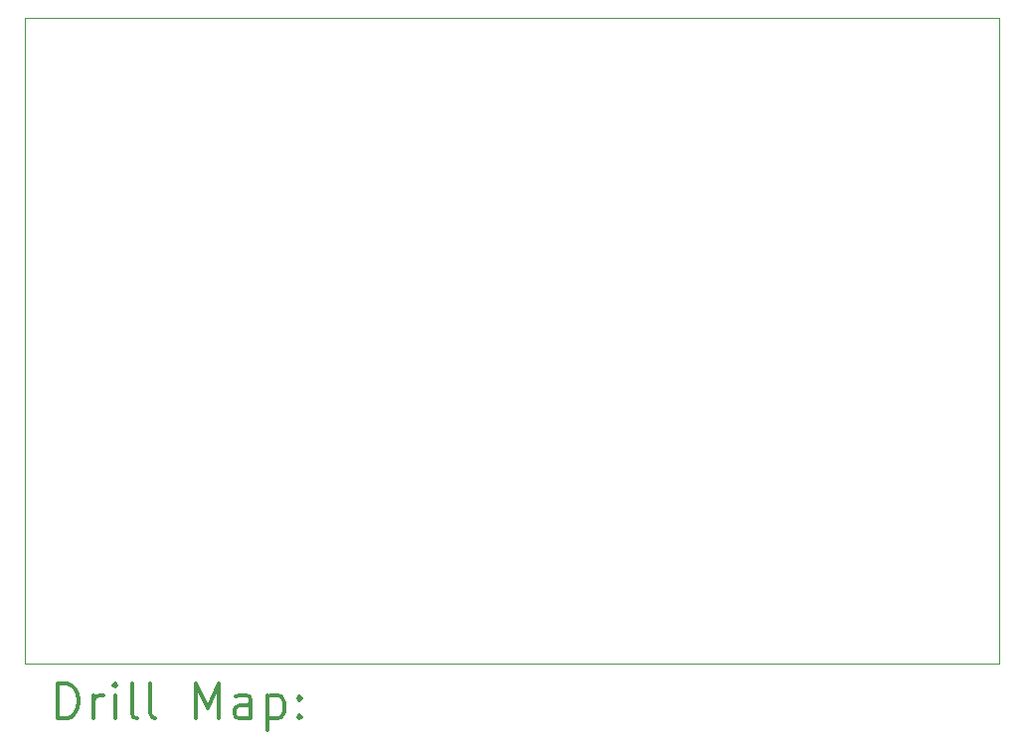
<source format=gbr>
%FSLAX45Y45*%
G04 Gerber Fmt 4.5, Leading zero omitted, Abs format (unit mm)*
G04 Created by KiCad (PCBNEW (5.1.2)-2) date 2023-01-06 17:13:01*
%MOMM*%
%LPD*%
G04 APERTURE LIST*
%ADD10C,0.100000*%
%ADD11C,0.200000*%
%ADD12C,0.300000*%
G04 APERTURE END LIST*
D10*
X16555000Y-12700000D02*
X8255000Y-12700000D01*
X16555000Y-7200000D02*
X16555000Y-12700000D01*
X8255000Y-7200000D02*
X16555000Y-7200000D01*
X8255000Y-12700000D02*
X8255000Y-7200000D01*
D11*
D12*
X8536428Y-13170714D02*
X8536428Y-12870714D01*
X8607857Y-12870714D01*
X8650714Y-12885000D01*
X8679286Y-12913571D01*
X8693571Y-12942143D01*
X8707857Y-12999286D01*
X8707857Y-13042143D01*
X8693571Y-13099286D01*
X8679286Y-13127857D01*
X8650714Y-13156429D01*
X8607857Y-13170714D01*
X8536428Y-13170714D01*
X8836428Y-13170714D02*
X8836428Y-12970714D01*
X8836428Y-13027857D02*
X8850714Y-12999286D01*
X8865000Y-12985000D01*
X8893571Y-12970714D01*
X8922143Y-12970714D01*
X9022143Y-13170714D02*
X9022143Y-12970714D01*
X9022143Y-12870714D02*
X9007857Y-12885000D01*
X9022143Y-12899286D01*
X9036428Y-12885000D01*
X9022143Y-12870714D01*
X9022143Y-12899286D01*
X9207857Y-13170714D02*
X9179286Y-13156429D01*
X9165000Y-13127857D01*
X9165000Y-12870714D01*
X9365000Y-13170714D02*
X9336428Y-13156429D01*
X9322143Y-13127857D01*
X9322143Y-12870714D01*
X9707857Y-13170714D02*
X9707857Y-12870714D01*
X9807857Y-13085000D01*
X9907857Y-12870714D01*
X9907857Y-13170714D01*
X10179286Y-13170714D02*
X10179286Y-13013571D01*
X10165000Y-12985000D01*
X10136428Y-12970714D01*
X10079286Y-12970714D01*
X10050714Y-12985000D01*
X10179286Y-13156429D02*
X10150714Y-13170714D01*
X10079286Y-13170714D01*
X10050714Y-13156429D01*
X10036428Y-13127857D01*
X10036428Y-13099286D01*
X10050714Y-13070714D01*
X10079286Y-13056429D01*
X10150714Y-13056429D01*
X10179286Y-13042143D01*
X10322143Y-12970714D02*
X10322143Y-13270714D01*
X10322143Y-12985000D02*
X10350714Y-12970714D01*
X10407857Y-12970714D01*
X10436428Y-12985000D01*
X10450714Y-12999286D01*
X10465000Y-13027857D01*
X10465000Y-13113571D01*
X10450714Y-13142143D01*
X10436428Y-13156429D01*
X10407857Y-13170714D01*
X10350714Y-13170714D01*
X10322143Y-13156429D01*
X10593571Y-13142143D02*
X10607857Y-13156429D01*
X10593571Y-13170714D01*
X10579286Y-13156429D01*
X10593571Y-13142143D01*
X10593571Y-13170714D01*
X10593571Y-12985000D02*
X10607857Y-12999286D01*
X10593571Y-13013571D01*
X10579286Y-12999286D01*
X10593571Y-12985000D01*
X10593571Y-13013571D01*
M02*

</source>
